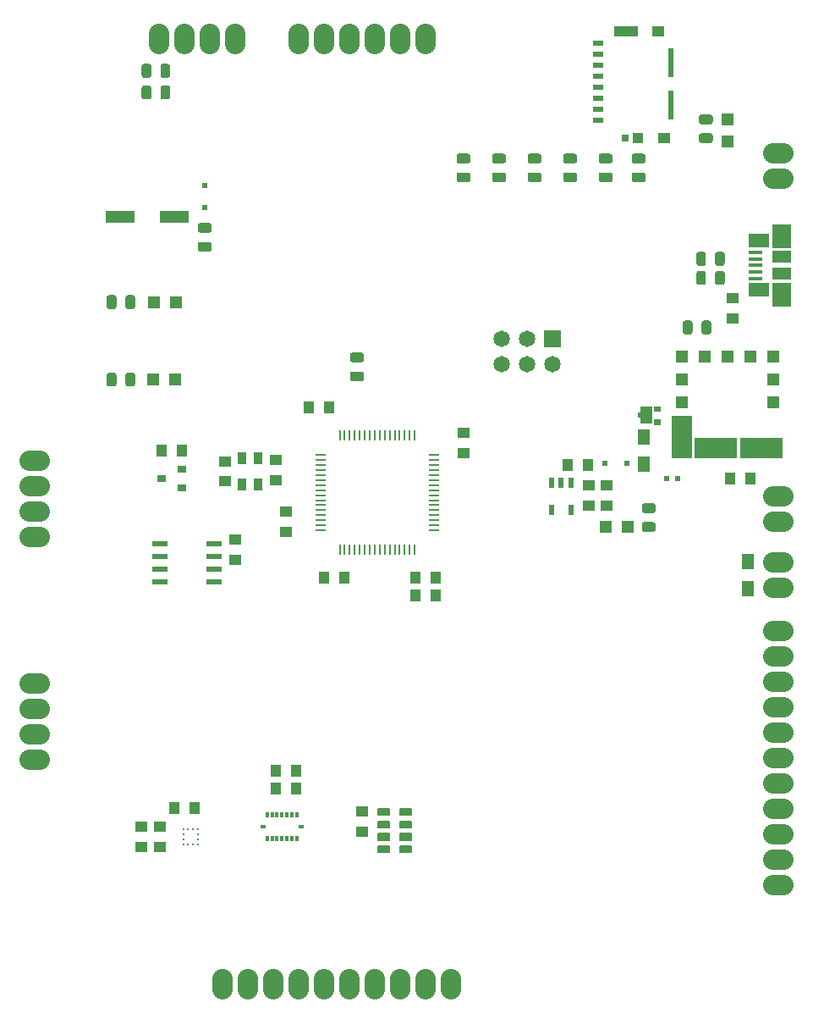
<source format=gbr>
%TF.GenerationSoftware,KiCad,Pcbnew,(5.1.9)-1*%
%TF.CreationDate,2021-03-24T10:42:52-04:00*%
%TF.ProjectId,dev_board,6465765f-626f-4617-9264-2e6b69636164,rev?*%
%TF.SameCoordinates,Original*%
%TF.FileFunction,Soldermask,Top*%
%TF.FilePolarity,Negative*%
%FSLAX46Y46*%
G04 Gerber Fmt 4.6, Leading zero omitted, Abs format (unit mm)*
G04 Created by KiCad (PCBNEW (5.1.9)-1) date 2021-03-24 10:42:52*
%MOMM*%
%LPD*%
G01*
G04 APERTURE LIST*
%ADD10C,0.010000*%
%ADD11C,0.100000*%
%ADD12C,0.152400*%
%ADD13R,1.250000X1.000000*%
%ADD14R,1.000000X0.500000*%
%ADD15R,0.780000X0.720000*%
%ADD16R,1.080000X1.050000*%
%ADD17R,1.200000X1.050000*%
%ADD18R,2.390000X1.050000*%
%ADD19R,0.550000X2.910000*%
%ADD20R,1.000000X1.250000*%
%ADD21R,2.997200X1.219200*%
%ADD22R,1.200000X1.200000*%
%ADD23O,3.048000X2.032000*%
%ADD24C,1.651000*%
%ADD25O,2.032000X3.048000*%
%ADD26R,1.651000X1.651000*%
%ADD27R,0.275000X0.250000*%
%ADD28R,4.320000X2.030000*%
%ADD29R,2.030000X4.320000*%
%ADD30R,1.270000X1.270000*%
%ADD31R,0.500000X1.005599*%
%ADD32R,0.350000X0.580000*%
%ADD33R,0.580000X0.350000*%
%ADD34R,1.092200X0.609600*%
%ADD35R,0.900000X0.800000*%
%ADD36R,0.838200X1.295400*%
%ADD37R,0.500000X0.500000*%
%ADD38R,0.600000X0.500000*%
%ADD39R,1.380000X0.450000*%
%ADD40R,2.100000X1.475000*%
%ADD41R,1.900000X2.375000*%
%ADD42R,1.900000X1.175000*%
%ADD43R,1.000000X0.250000*%
%ADD44R,0.250000X1.000000*%
%ADD45R,1.550000X0.600000*%
%ADD46R,1.300000X1.500000*%
G04 APERTURE END LIST*
D10*
%TO.C,D2*%
G36*
X163314000Y-88785255D02*
G01*
X163314000Y-88284000D01*
X163915530Y-88284000D01*
X163915530Y-88785255D01*
X163314000Y-88785255D01*
G37*
X163314000Y-88785255D02*
X163314000Y-88284000D01*
X163915530Y-88284000D01*
X163915530Y-88785255D01*
X163314000Y-88785255D01*
G36*
X163314000Y-87483493D02*
G01*
X163314000Y-86984000D01*
X163915390Y-86984000D01*
X163915390Y-87483493D01*
X163314000Y-87483493D01*
G37*
X163314000Y-87483493D02*
X163314000Y-86984000D01*
X163915390Y-86984000D01*
X163915390Y-87483493D01*
X163314000Y-87483493D01*
D11*
G36*
X163164000Y-87034000D02*
G01*
X163164000Y-88734000D01*
X161964000Y-88734000D01*
X161964000Y-88134000D01*
X161714000Y-88134000D01*
X161714000Y-87634000D01*
X161964000Y-87634000D01*
X161964000Y-87034000D01*
X163164000Y-87034000D01*
G37*
D12*
%TO.C,U5*%
X135767900Y-127233200D02*
X135767900Y-127842800D01*
X135767900Y-127842800D02*
X136860100Y-127842800D01*
X136860100Y-127842800D02*
X136860100Y-127233200D01*
X136860100Y-127233200D02*
X135767900Y-127233200D01*
X135767900Y-128483200D02*
X135767900Y-129092800D01*
X135767900Y-129092800D02*
X136860100Y-129092800D01*
X136860100Y-129092800D02*
X136860100Y-128483200D01*
X136860100Y-128483200D02*
X135767900Y-128483200D01*
X135767900Y-129733200D02*
X135767900Y-130342800D01*
X135767900Y-130342800D02*
X136860100Y-130342800D01*
X136860100Y-130342800D02*
X136860100Y-129733200D01*
X136860100Y-129733200D02*
X135767900Y-129733200D01*
X135767900Y-130983200D02*
X135767900Y-131592800D01*
X135767900Y-131592800D02*
X136860100Y-131592800D01*
X136860100Y-131592800D02*
X136860100Y-130983200D01*
X136860100Y-130983200D02*
X135767900Y-130983200D01*
X137967900Y-130983200D02*
X137967900Y-131592800D01*
X137967900Y-131592800D02*
X139060100Y-131592800D01*
X139060100Y-131592800D02*
X139060100Y-130983200D01*
X139060100Y-130983200D02*
X137967900Y-130983200D01*
X137967900Y-129733200D02*
X137967900Y-130342800D01*
X137967900Y-130342800D02*
X139060100Y-130342800D01*
X139060100Y-130342800D02*
X139060100Y-129733200D01*
X139060100Y-129733200D02*
X137967900Y-129733200D01*
X137967900Y-128483200D02*
X137967900Y-129092800D01*
X137967900Y-129092800D02*
X139060100Y-129092800D01*
X139060100Y-129092800D02*
X139060100Y-128483200D01*
X139060100Y-128483200D02*
X137967900Y-128483200D01*
X137967900Y-127233200D02*
X137967900Y-127842800D01*
X137967900Y-127842800D02*
X139060100Y-127842800D01*
X139060100Y-127842800D02*
X139060100Y-127233200D01*
X139060100Y-127233200D02*
X137967900Y-127233200D01*
%TD*%
D13*
%TO.C,C8*%
X158623000Y-96885000D03*
X158623000Y-94885000D03*
%TD*%
D14*
%TO.C,J12*%
X157760000Y-58414000D03*
X157760000Y-57314000D03*
X157760000Y-56214000D03*
X157760000Y-55114000D03*
X157760000Y-54014000D03*
X157760000Y-52914000D03*
X157760000Y-51814000D03*
X157760000Y-50714000D03*
D15*
X160440000Y-60174000D03*
D16*
X161710000Y-60189000D03*
D17*
X164320000Y-60189000D03*
X163750000Y-49539000D03*
D18*
X160565000Y-49539000D03*
D19*
X164995000Y-56850000D03*
X164995000Y-52660000D03*
%TD*%
D20*
%TO.C,C1*%
X117332000Y-127127000D03*
X115332000Y-127127000D03*
%TD*%
D13*
%TO.C,C2*%
X171196000Y-78216000D03*
X171196000Y-76216000D03*
%TD*%
%TO.C,C3*%
X112014000Y-129048000D03*
X112014000Y-131048000D03*
%TD*%
%TO.C,C4*%
X113919000Y-129048000D03*
X113919000Y-131048000D03*
%TD*%
D20*
%TO.C,C5*%
X170958000Y-94234000D03*
X172958000Y-94234000D03*
%TD*%
%TO.C,C6*%
X154702000Y-92837000D03*
X156702000Y-92837000D03*
%TD*%
D13*
%TO.C,C7*%
X156845000Y-96885000D03*
X156845000Y-94885000D03*
%TD*%
D20*
%TO.C,C9*%
X125492000Y-123444000D03*
X127492000Y-123444000D03*
%TD*%
%TO.C,C10*%
X125492000Y-125222000D03*
X127492000Y-125222000D03*
%TD*%
D13*
%TO.C,C11*%
X134112000Y-129524000D03*
X134112000Y-127524000D03*
%TD*%
D20*
%TO.C,C12*%
X114078000Y-91440000D03*
X116078000Y-91440000D03*
%TD*%
D13*
%TO.C,C13*%
X120396000Y-92488000D03*
X120396000Y-94488000D03*
%TD*%
%TO.C,C14*%
X125476000Y-92370400D03*
X125476000Y-94370400D03*
%TD*%
D20*
%TO.C,C15*%
X139446000Y-105934000D03*
X141446000Y-105934000D03*
%TD*%
D21*
%TO.C,C16*%
X115354100Y-68072000D03*
X109943900Y-68072000D03*
%TD*%
D13*
%TO.C,C17*%
X144272000Y-89678000D03*
X144272000Y-91678000D03*
%TD*%
%TO.C,C18*%
X126492000Y-99552000D03*
X126492000Y-97552000D03*
%TD*%
%TO.C,C19*%
X121412000Y-102346000D03*
X121412000Y-100346000D03*
%TD*%
D20*
%TO.C,C20*%
X132302000Y-104140000D03*
X130302000Y-104140000D03*
%TD*%
%TO.C,C21*%
X141462000Y-104140000D03*
X139462000Y-104140000D03*
%TD*%
%TO.C,C22*%
X128794000Y-87122000D03*
X130794000Y-87122000D03*
%TD*%
D22*
%TO.C,D3*%
X158496000Y-99060000D03*
X160696000Y-99060000D03*
%TD*%
%TO.C,D4*%
X170688000Y-60536000D03*
X170688000Y-58336000D03*
%TD*%
%TO.C,D5*%
X115484000Y-76581000D03*
X113284000Y-76581000D03*
%TD*%
%TO.C,D6*%
X115400000Y-84328000D03*
X113200000Y-84328000D03*
%TD*%
D23*
%TO.C,J2*%
X175768000Y-98552000D03*
X175768000Y-96012000D03*
D24*
X175768000Y-98552000D03*
X175768000Y-96012000D03*
%TD*%
D23*
%TO.C,J3*%
X175768000Y-102616000D03*
X175768000Y-105156000D03*
D24*
X175768000Y-102616000D03*
X175768000Y-105156000D03*
%TD*%
%TO.C,J4*%
X127762000Y-50292000D03*
D25*
X127762000Y-50292000D03*
D24*
X130302000Y-50292000D03*
D25*
X130302000Y-50292000D03*
D24*
X132842000Y-50292000D03*
D25*
X132842000Y-50292000D03*
D24*
X135382000Y-50292000D03*
D25*
X135382000Y-50292000D03*
X137922000Y-50292000D03*
X140462000Y-50292000D03*
D24*
X137922000Y-50292000D03*
X140462000Y-50292000D03*
%TD*%
%TO.C,J5*%
X120142000Y-144780000D03*
D25*
X120142000Y-144780000D03*
D24*
X122682000Y-144780000D03*
D25*
X122682000Y-144780000D03*
D24*
X125222000Y-144780000D03*
D25*
X125222000Y-144780000D03*
D24*
X127762000Y-144780000D03*
D25*
X127762000Y-144780000D03*
D24*
X130302000Y-144780000D03*
D25*
X130302000Y-144780000D03*
D24*
X132842000Y-144780000D03*
D25*
X132842000Y-144780000D03*
D24*
X135382000Y-144780000D03*
D25*
X135382000Y-144780000D03*
D24*
X137922000Y-144780000D03*
D25*
X137922000Y-144780000D03*
X140462000Y-144780000D03*
X143002000Y-144780000D03*
D24*
X140462000Y-144780000D03*
X143002000Y-144780000D03*
%TD*%
D26*
%TO.C,J6*%
X153162000Y-80264000D03*
D24*
X153162000Y-82804000D03*
X150622000Y-80264000D03*
X150622000Y-82804000D03*
X148082000Y-80264000D03*
X148082000Y-82804000D03*
%TD*%
%TO.C,J7*%
X121412000Y-50292000D03*
D25*
X121412000Y-50292000D03*
D24*
X118872000Y-50292000D03*
D25*
X118872000Y-50292000D03*
X116332000Y-50292000D03*
X113792000Y-50292000D03*
D24*
X116332000Y-50292000D03*
X113792000Y-50292000D03*
%TD*%
%TO.C,J8*%
X101346000Y-92456000D03*
D23*
X101346000Y-92456000D03*
D24*
X101346000Y-94996000D03*
D23*
X101346000Y-94996000D03*
X101346000Y-97536000D03*
X101346000Y-100076000D03*
D24*
X101346000Y-97536000D03*
X101346000Y-100076000D03*
%TD*%
%TO.C,J9*%
X101346000Y-114681000D03*
D23*
X101346000Y-114681000D03*
D24*
X101346000Y-117221000D03*
D23*
X101346000Y-117221000D03*
X101346000Y-119761000D03*
X101346000Y-122301000D03*
D24*
X101346000Y-119761000D03*
X101346000Y-122301000D03*
%TD*%
D23*
%TO.C,J10*%
X175768000Y-109474000D03*
D24*
X175768000Y-109474000D03*
X175768000Y-112014000D03*
D23*
X175768000Y-112014000D03*
D24*
X175768000Y-114554000D03*
D23*
X175768000Y-114554000D03*
D24*
X175768000Y-117094000D03*
D23*
X175768000Y-117094000D03*
D24*
X175768000Y-119634000D03*
D23*
X175768000Y-119634000D03*
D24*
X175768000Y-122174000D03*
D23*
X175768000Y-122174000D03*
D24*
X175768000Y-124714000D03*
D23*
X175768000Y-124714000D03*
D24*
X175768000Y-127254000D03*
D23*
X175768000Y-127254000D03*
D24*
X175768000Y-129794000D03*
D23*
X175768000Y-129794000D03*
X175768000Y-132334000D03*
X175768000Y-134874000D03*
D24*
X175768000Y-132334000D03*
X175768000Y-134874000D03*
%TD*%
D23*
%TO.C,J11*%
X175768000Y-64262000D03*
X175768000Y-61722000D03*
D24*
X175768000Y-64262000D03*
X175768000Y-61722000D03*
%TD*%
%TO.C,R1*%
G36*
G01*
X170413500Y-71806750D02*
X170413500Y-72719250D01*
G75*
G02*
X170169750Y-72963000I-243750J0D01*
G01*
X169682250Y-72963000D01*
G75*
G02*
X169438500Y-72719250I0J243750D01*
G01*
X169438500Y-71806750D01*
G75*
G02*
X169682250Y-71563000I243750J0D01*
G01*
X170169750Y-71563000D01*
G75*
G02*
X170413500Y-71806750I0J-243750D01*
G01*
G37*
G36*
G01*
X168538500Y-71806750D02*
X168538500Y-72719250D01*
G75*
G02*
X168294750Y-72963000I-243750J0D01*
G01*
X167807250Y-72963000D01*
G75*
G02*
X167563500Y-72719250I0J243750D01*
G01*
X167563500Y-71806750D01*
G75*
G02*
X167807250Y-71563000I243750J0D01*
G01*
X168294750Y-71563000D01*
G75*
G02*
X168538500Y-71806750I0J-243750D01*
G01*
G37*
%TD*%
%TO.C,R2*%
G36*
G01*
X170413500Y-73711750D02*
X170413500Y-74624250D01*
G75*
G02*
X170169750Y-74868000I-243750J0D01*
G01*
X169682250Y-74868000D01*
G75*
G02*
X169438500Y-74624250I0J243750D01*
G01*
X169438500Y-73711750D01*
G75*
G02*
X169682250Y-73468000I243750J0D01*
G01*
X170169750Y-73468000D01*
G75*
G02*
X170413500Y-73711750I0J-243750D01*
G01*
G37*
G36*
G01*
X168538500Y-73711750D02*
X168538500Y-74624250D01*
G75*
G02*
X168294750Y-74868000I-243750J0D01*
G01*
X167807250Y-74868000D01*
G75*
G02*
X167563500Y-74624250I0J243750D01*
G01*
X167563500Y-73711750D01*
G75*
G02*
X167807250Y-73468000I243750J0D01*
G01*
X168294750Y-73468000D01*
G75*
G02*
X168538500Y-73711750I0J-243750D01*
G01*
G37*
%TD*%
%TO.C,R3*%
G36*
G01*
X166215000Y-79577250D02*
X166215000Y-78664750D01*
G75*
G02*
X166458750Y-78421000I243750J0D01*
G01*
X166946250Y-78421000D01*
G75*
G02*
X167190000Y-78664750I0J-243750D01*
G01*
X167190000Y-79577250D01*
G75*
G02*
X166946250Y-79821000I-243750J0D01*
G01*
X166458750Y-79821000D01*
G75*
G02*
X166215000Y-79577250I0J243750D01*
G01*
G37*
G36*
G01*
X168090000Y-79577250D02*
X168090000Y-78664750D01*
G75*
G02*
X168333750Y-78421000I243750J0D01*
G01*
X168821250Y-78421000D01*
G75*
G02*
X169065000Y-78664750I0J-243750D01*
G01*
X169065000Y-79577250D01*
G75*
G02*
X168821250Y-79821000I-243750J0D01*
G01*
X168333750Y-79821000D01*
G75*
G02*
X168090000Y-79577250I0J243750D01*
G01*
G37*
%TD*%
%TO.C,R4*%
G36*
G01*
X163270250Y-99547500D02*
X162357750Y-99547500D01*
G75*
G02*
X162114000Y-99303750I0J243750D01*
G01*
X162114000Y-98816250D01*
G75*
G02*
X162357750Y-98572500I243750J0D01*
G01*
X163270250Y-98572500D01*
G75*
G02*
X163514000Y-98816250I0J-243750D01*
G01*
X163514000Y-99303750D01*
G75*
G02*
X163270250Y-99547500I-243750J0D01*
G01*
G37*
G36*
G01*
X163270250Y-97672500D02*
X162357750Y-97672500D01*
G75*
G02*
X162114000Y-97428750I0J243750D01*
G01*
X162114000Y-96941250D01*
G75*
G02*
X162357750Y-96697500I243750J0D01*
G01*
X163270250Y-96697500D01*
G75*
G02*
X163514000Y-96941250I0J-243750D01*
G01*
X163514000Y-97428750D01*
G75*
G02*
X163270250Y-97672500I-243750J0D01*
G01*
G37*
%TD*%
%TO.C,R5*%
G36*
G01*
X168072750Y-57835500D02*
X168985250Y-57835500D01*
G75*
G02*
X169229000Y-58079250I0J-243750D01*
G01*
X169229000Y-58566750D01*
G75*
G02*
X168985250Y-58810500I-243750J0D01*
G01*
X168072750Y-58810500D01*
G75*
G02*
X167829000Y-58566750I0J243750D01*
G01*
X167829000Y-58079250D01*
G75*
G02*
X168072750Y-57835500I243750J0D01*
G01*
G37*
G36*
G01*
X168072750Y-59710500D02*
X168985250Y-59710500D01*
G75*
G02*
X169229000Y-59954250I0J-243750D01*
G01*
X169229000Y-60441750D01*
G75*
G02*
X168985250Y-60685500I-243750J0D01*
G01*
X168072750Y-60685500D01*
G75*
G02*
X167829000Y-60441750I0J243750D01*
G01*
X167829000Y-59954250D01*
G75*
G02*
X168072750Y-59710500I243750J0D01*
G01*
G37*
%TD*%
%TO.C,R6*%
G36*
G01*
X158952250Y-64592500D02*
X158039750Y-64592500D01*
G75*
G02*
X157796000Y-64348750I0J243750D01*
G01*
X157796000Y-63861250D01*
G75*
G02*
X158039750Y-63617500I243750J0D01*
G01*
X158952250Y-63617500D01*
G75*
G02*
X159196000Y-63861250I0J-243750D01*
G01*
X159196000Y-64348750D01*
G75*
G02*
X158952250Y-64592500I-243750J0D01*
G01*
G37*
G36*
G01*
X158952250Y-62717500D02*
X158039750Y-62717500D01*
G75*
G02*
X157796000Y-62473750I0J243750D01*
G01*
X157796000Y-61986250D01*
G75*
G02*
X158039750Y-61742500I243750J0D01*
G01*
X158952250Y-61742500D01*
G75*
G02*
X159196000Y-61986250I0J-243750D01*
G01*
X159196000Y-62473750D01*
G75*
G02*
X158952250Y-62717500I-243750J0D01*
G01*
G37*
%TD*%
%TO.C,R7*%
G36*
G01*
X155396250Y-64592500D02*
X154483750Y-64592500D01*
G75*
G02*
X154240000Y-64348750I0J243750D01*
G01*
X154240000Y-63861250D01*
G75*
G02*
X154483750Y-63617500I243750J0D01*
G01*
X155396250Y-63617500D01*
G75*
G02*
X155640000Y-63861250I0J-243750D01*
G01*
X155640000Y-64348750D01*
G75*
G02*
X155396250Y-64592500I-243750J0D01*
G01*
G37*
G36*
G01*
X155396250Y-62717500D02*
X154483750Y-62717500D01*
G75*
G02*
X154240000Y-62473750I0J243750D01*
G01*
X154240000Y-61986250D01*
G75*
G02*
X154483750Y-61742500I243750J0D01*
G01*
X155396250Y-61742500D01*
G75*
G02*
X155640000Y-61986250I0J-243750D01*
G01*
X155640000Y-62473750D01*
G75*
G02*
X155396250Y-62717500I-243750J0D01*
G01*
G37*
%TD*%
%TO.C,R8*%
G36*
G01*
X151840250Y-64592500D02*
X150927750Y-64592500D01*
G75*
G02*
X150684000Y-64348750I0J243750D01*
G01*
X150684000Y-63861250D01*
G75*
G02*
X150927750Y-63617500I243750J0D01*
G01*
X151840250Y-63617500D01*
G75*
G02*
X152084000Y-63861250I0J-243750D01*
G01*
X152084000Y-64348750D01*
G75*
G02*
X151840250Y-64592500I-243750J0D01*
G01*
G37*
G36*
G01*
X151840250Y-62717500D02*
X150927750Y-62717500D01*
G75*
G02*
X150684000Y-62473750I0J243750D01*
G01*
X150684000Y-61986250D01*
G75*
G02*
X150927750Y-61742500I243750J0D01*
G01*
X151840250Y-61742500D01*
G75*
G02*
X152084000Y-61986250I0J-243750D01*
G01*
X152084000Y-62473750D01*
G75*
G02*
X151840250Y-62717500I-243750J0D01*
G01*
G37*
%TD*%
%TO.C,R9*%
G36*
G01*
X148284250Y-64592500D02*
X147371750Y-64592500D01*
G75*
G02*
X147128000Y-64348750I0J243750D01*
G01*
X147128000Y-63861250D01*
G75*
G02*
X147371750Y-63617500I243750J0D01*
G01*
X148284250Y-63617500D01*
G75*
G02*
X148528000Y-63861250I0J-243750D01*
G01*
X148528000Y-64348750D01*
G75*
G02*
X148284250Y-64592500I-243750J0D01*
G01*
G37*
G36*
G01*
X148284250Y-62717500D02*
X147371750Y-62717500D01*
G75*
G02*
X147128000Y-62473750I0J243750D01*
G01*
X147128000Y-61986250D01*
G75*
G02*
X147371750Y-61742500I243750J0D01*
G01*
X148284250Y-61742500D01*
G75*
G02*
X148528000Y-61986250I0J-243750D01*
G01*
X148528000Y-62473750D01*
G75*
G02*
X148284250Y-62717500I-243750J0D01*
G01*
G37*
%TD*%
%TO.C,R10*%
G36*
G01*
X144728250Y-64592500D02*
X143815750Y-64592500D01*
G75*
G02*
X143572000Y-64348750I0J243750D01*
G01*
X143572000Y-63861250D01*
G75*
G02*
X143815750Y-63617500I243750J0D01*
G01*
X144728250Y-63617500D01*
G75*
G02*
X144972000Y-63861250I0J-243750D01*
G01*
X144972000Y-64348750D01*
G75*
G02*
X144728250Y-64592500I-243750J0D01*
G01*
G37*
G36*
G01*
X144728250Y-62717500D02*
X143815750Y-62717500D01*
G75*
G02*
X143572000Y-62473750I0J243750D01*
G01*
X143572000Y-61986250D01*
G75*
G02*
X143815750Y-61742500I243750J0D01*
G01*
X144728250Y-61742500D01*
G75*
G02*
X144972000Y-61986250I0J-243750D01*
G01*
X144972000Y-62473750D01*
G75*
G02*
X144728250Y-62717500I-243750J0D01*
G01*
G37*
%TD*%
%TO.C,R11*%
G36*
G01*
X162254250Y-64592500D02*
X161341750Y-64592500D01*
G75*
G02*
X161098000Y-64348750I0J243750D01*
G01*
X161098000Y-63861250D01*
G75*
G02*
X161341750Y-63617500I243750J0D01*
G01*
X162254250Y-63617500D01*
G75*
G02*
X162498000Y-63861250I0J-243750D01*
G01*
X162498000Y-64348750D01*
G75*
G02*
X162254250Y-64592500I-243750J0D01*
G01*
G37*
G36*
G01*
X162254250Y-62717500D02*
X161341750Y-62717500D01*
G75*
G02*
X161098000Y-62473750I0J243750D01*
G01*
X161098000Y-61986250D01*
G75*
G02*
X161341750Y-61742500I243750J0D01*
G01*
X162254250Y-61742500D01*
G75*
G02*
X162498000Y-61986250I0J-243750D01*
G01*
X162498000Y-62473750D01*
G75*
G02*
X162254250Y-62717500I-243750J0D01*
G01*
G37*
%TD*%
%TO.C,R12*%
G36*
G01*
X111407000Y-76124750D02*
X111407000Y-77037250D01*
G75*
G02*
X111163250Y-77281000I-243750J0D01*
G01*
X110675750Y-77281000D01*
G75*
G02*
X110432000Y-77037250I0J243750D01*
G01*
X110432000Y-76124750D01*
G75*
G02*
X110675750Y-75881000I243750J0D01*
G01*
X111163250Y-75881000D01*
G75*
G02*
X111407000Y-76124750I0J-243750D01*
G01*
G37*
G36*
G01*
X109532000Y-76124750D02*
X109532000Y-77037250D01*
G75*
G02*
X109288250Y-77281000I-243750J0D01*
G01*
X108800750Y-77281000D01*
G75*
G02*
X108557000Y-77037250I0J243750D01*
G01*
X108557000Y-76124750D01*
G75*
G02*
X108800750Y-75881000I243750J0D01*
G01*
X109288250Y-75881000D01*
G75*
G02*
X109532000Y-76124750I0J-243750D01*
G01*
G37*
%TD*%
%TO.C,R13*%
G36*
G01*
X111407000Y-83871750D02*
X111407000Y-84784250D01*
G75*
G02*
X111163250Y-85028000I-243750J0D01*
G01*
X110675750Y-85028000D01*
G75*
G02*
X110432000Y-84784250I0J243750D01*
G01*
X110432000Y-83871750D01*
G75*
G02*
X110675750Y-83628000I243750J0D01*
G01*
X111163250Y-83628000D01*
G75*
G02*
X111407000Y-83871750I0J-243750D01*
G01*
G37*
G36*
G01*
X109532000Y-83871750D02*
X109532000Y-84784250D01*
G75*
G02*
X109288250Y-85028000I-243750J0D01*
G01*
X108800750Y-85028000D01*
G75*
G02*
X108557000Y-84784250I0J243750D01*
G01*
X108557000Y-83871750D01*
G75*
G02*
X108800750Y-83628000I243750J0D01*
G01*
X109288250Y-83628000D01*
G75*
G02*
X109532000Y-83871750I0J-243750D01*
G01*
G37*
%TD*%
%TO.C,R14*%
G36*
G01*
X117907750Y-68679000D02*
X118820250Y-68679000D01*
G75*
G02*
X119064000Y-68922750I0J-243750D01*
G01*
X119064000Y-69410250D01*
G75*
G02*
X118820250Y-69654000I-243750J0D01*
G01*
X117907750Y-69654000D01*
G75*
G02*
X117664000Y-69410250I0J243750D01*
G01*
X117664000Y-68922750D01*
G75*
G02*
X117907750Y-68679000I243750J0D01*
G01*
G37*
G36*
G01*
X117907750Y-70554000D02*
X118820250Y-70554000D01*
G75*
G02*
X119064000Y-70797750I0J-243750D01*
G01*
X119064000Y-71285250D01*
G75*
G02*
X118820250Y-71529000I-243750J0D01*
G01*
X117907750Y-71529000D01*
G75*
G02*
X117664000Y-71285250I0J243750D01*
G01*
X117664000Y-70797750D01*
G75*
G02*
X117907750Y-70554000I243750J0D01*
G01*
G37*
%TD*%
%TO.C,R15*%
G36*
G01*
X134060250Y-84483000D02*
X133147750Y-84483000D01*
G75*
G02*
X132904000Y-84239250I0J243750D01*
G01*
X132904000Y-83751750D01*
G75*
G02*
X133147750Y-83508000I243750J0D01*
G01*
X134060250Y-83508000D01*
G75*
G02*
X134304000Y-83751750I0J-243750D01*
G01*
X134304000Y-84239250D01*
G75*
G02*
X134060250Y-84483000I-243750J0D01*
G01*
G37*
G36*
G01*
X134060250Y-82608000D02*
X133147750Y-82608000D01*
G75*
G02*
X132904000Y-82364250I0J243750D01*
G01*
X132904000Y-81876750D01*
G75*
G02*
X133147750Y-81633000I243750J0D01*
G01*
X134060250Y-81633000D01*
G75*
G02*
X134304000Y-81876750I0J-243750D01*
G01*
X134304000Y-82364250D01*
G75*
G02*
X134060250Y-82608000I-243750J0D01*
G01*
G37*
%TD*%
%TO.C,R16*%
G36*
G01*
X112064500Y-53923250D02*
X112064500Y-53010750D01*
G75*
G02*
X112308250Y-52767000I243750J0D01*
G01*
X112795750Y-52767000D01*
G75*
G02*
X113039500Y-53010750I0J-243750D01*
G01*
X113039500Y-53923250D01*
G75*
G02*
X112795750Y-54167000I-243750J0D01*
G01*
X112308250Y-54167000D01*
G75*
G02*
X112064500Y-53923250I0J243750D01*
G01*
G37*
G36*
G01*
X113939500Y-53923250D02*
X113939500Y-53010750D01*
G75*
G02*
X114183250Y-52767000I243750J0D01*
G01*
X114670750Y-52767000D01*
G75*
G02*
X114914500Y-53010750I0J-243750D01*
G01*
X114914500Y-53923250D01*
G75*
G02*
X114670750Y-54167000I-243750J0D01*
G01*
X114183250Y-54167000D01*
G75*
G02*
X113939500Y-53923250I0J243750D01*
G01*
G37*
%TD*%
%TO.C,R17*%
G36*
G01*
X112064500Y-56082250D02*
X112064500Y-55169750D01*
G75*
G02*
X112308250Y-54926000I243750J0D01*
G01*
X112795750Y-54926000D01*
G75*
G02*
X113039500Y-55169750I0J-243750D01*
G01*
X113039500Y-56082250D01*
G75*
G02*
X112795750Y-56326000I-243750J0D01*
G01*
X112308250Y-56326000D01*
G75*
G02*
X112064500Y-56082250I0J243750D01*
G01*
G37*
G36*
G01*
X113939500Y-56082250D02*
X113939500Y-55169750D01*
G75*
G02*
X114183250Y-54926000I243750J0D01*
G01*
X114670750Y-54926000D01*
G75*
G02*
X114914500Y-55169750I0J-243750D01*
G01*
X114914500Y-56082250D01*
G75*
G02*
X114670750Y-56326000I-243750J0D01*
G01*
X114183250Y-56326000D01*
G75*
G02*
X113939500Y-56082250I0J243750D01*
G01*
G37*
%TD*%
D27*
%TO.C,U1*%
X117717001Y-129798000D03*
X117717001Y-130298000D03*
X117717001Y-130798001D03*
X117217000Y-130798001D03*
X116717000Y-130798001D03*
X116216999Y-130798001D03*
X116216999Y-130298000D03*
X116216999Y-129798000D03*
X116216999Y-129297999D03*
X116717000Y-129297999D03*
X117217000Y-129297999D03*
X117717001Y-129297999D03*
%TD*%
D28*
%TO.C,U2*%
X174116000Y-91184000D03*
X169546000Y-91184000D03*
D29*
X166116000Y-90044000D03*
D30*
X175266000Y-86614000D03*
X175266000Y-84324000D03*
X175266000Y-82044000D03*
X172976000Y-82044000D03*
X170686000Y-82044000D03*
X168406000Y-82044000D03*
X166116000Y-82044000D03*
X166116000Y-84324000D03*
X166116000Y-86614000D03*
%TD*%
D31*
%TO.C,U3*%
X155001001Y-94659201D03*
X154051000Y-94659201D03*
X153100999Y-94659201D03*
X153100999Y-97364799D03*
X155001001Y-97364799D03*
%TD*%
D32*
%TO.C,U4*%
X127611000Y-127872000D03*
X127111000Y-127872000D03*
X126611000Y-127872000D03*
X126111000Y-127872000D03*
X125611000Y-127872000D03*
X125111000Y-127872000D03*
X124611000Y-127872000D03*
D33*
X124201000Y-129032000D03*
D32*
X124611000Y-130192000D03*
X125111000Y-130192000D03*
X125611000Y-130192000D03*
X126111000Y-130192000D03*
X126611000Y-130192000D03*
X127111000Y-130192000D03*
X127611000Y-130192000D03*
D33*
X128021000Y-129032000D03*
%TD*%
D34*
%TO.C,U5*%
X136314000Y-127538000D03*
X136314000Y-128788000D03*
X136314000Y-130038000D03*
X136314000Y-131288000D03*
X138514000Y-131288000D03*
X138514000Y-130038000D03*
X138514000Y-128788000D03*
X138514000Y-127538000D03*
%TD*%
D35*
%TO.C,U6*%
X116062000Y-95184000D03*
X116062000Y-93284000D03*
X114062000Y-94234000D03*
%TD*%
D36*
%TO.C,Y1*%
X123736100Y-94780100D03*
X123736100Y-92163900D03*
X122135900Y-92163900D03*
X122135900Y-94780100D03*
%TD*%
D37*
%TO.C,D1*%
X158412000Y-92710000D03*
X160612000Y-92710000D03*
%TD*%
%TO.C,D7*%
X118364000Y-64940000D03*
X118364000Y-67140000D03*
%TD*%
D38*
%TO.C,D8*%
X165692000Y-94234000D03*
X164592000Y-94234000D03*
%TD*%
D39*
%TO.C,J1*%
X173489000Y-74198000D03*
X173489000Y-73548000D03*
X173489000Y-72898000D03*
X173489000Y-72248000D03*
X173489000Y-71598000D03*
D40*
X173849000Y-75360500D03*
X173849000Y-70435500D03*
D41*
X176149000Y-75808000D03*
X176149000Y-69988000D03*
D42*
X176149000Y-73738000D03*
X176149000Y-72058000D03*
%TD*%
D43*
%TO.C,U7*%
X129936000Y-91881000D03*
X129936000Y-92381000D03*
X129936000Y-92881000D03*
X129936000Y-93381000D03*
X129936000Y-93881000D03*
X129936000Y-94381000D03*
X129936000Y-94881000D03*
X129936000Y-95381000D03*
X129936000Y-95881000D03*
X129936000Y-96381000D03*
X129936000Y-96881000D03*
X129936000Y-97381000D03*
X129936000Y-97881000D03*
X129936000Y-98381000D03*
X129936000Y-98881000D03*
X129936000Y-99381000D03*
D44*
X131886000Y-101331000D03*
X132386000Y-101331000D03*
X132886000Y-101331000D03*
X133386000Y-101331000D03*
X133886000Y-101331000D03*
X134386000Y-101331000D03*
X134886000Y-101331000D03*
X135386000Y-101331000D03*
X135886000Y-101331000D03*
X136386000Y-101331000D03*
X136886000Y-101331000D03*
X137386000Y-101331000D03*
X137886000Y-101331000D03*
X138386000Y-101331000D03*
X138886000Y-101331000D03*
X139386000Y-101331000D03*
D43*
X141336000Y-99381000D03*
X141336000Y-98881000D03*
X141336000Y-98381000D03*
X141336000Y-97881000D03*
X141336000Y-97381000D03*
X141336000Y-96881000D03*
X141336000Y-96381000D03*
X141336000Y-95881000D03*
X141336000Y-95381000D03*
X141336000Y-94881000D03*
X141336000Y-94381000D03*
X141336000Y-93881000D03*
X141336000Y-93381000D03*
X141336000Y-92881000D03*
X141336000Y-92381000D03*
X141336000Y-91881000D03*
D44*
X139386000Y-89931000D03*
X138886000Y-89931000D03*
X138386000Y-89931000D03*
X137886000Y-89931000D03*
X137386000Y-89931000D03*
X136886000Y-89931000D03*
X136386000Y-89931000D03*
X135886000Y-89931000D03*
X135386000Y-89931000D03*
X134886000Y-89931000D03*
X134386000Y-89931000D03*
X133886000Y-89931000D03*
X133386000Y-89931000D03*
X132886000Y-89931000D03*
X132386000Y-89931000D03*
X131886000Y-89931000D03*
%TD*%
D45*
%TO.C,U8*%
X119286000Y-104521000D03*
X119286000Y-103251000D03*
X119286000Y-101981000D03*
X119286000Y-100711000D03*
X113886000Y-100711000D03*
X113886000Y-101981000D03*
X113886000Y-103251000D03*
X113886000Y-104521000D03*
%TD*%
D46*
%TO.C,F1*%
X172720000Y-105236000D03*
X172720000Y-102536000D03*
%TD*%
%TO.C,F2*%
X162306000Y-90090000D03*
X162306000Y-92790000D03*
%TD*%
M02*

</source>
